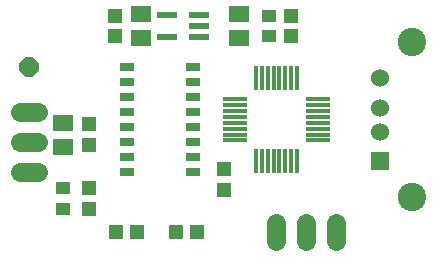
<source format=gbr>
G04 EAGLE Gerber RS-274X export*
G75*
%MOMM*%
%FSLAX34Y34*%
%LPD*%
%INSoldermask Bottom*%
%IPPOS*%
%AMOC8*
5,1,8,0,0,1.08239X$1,22.5*%
G01*
%ADD10R,1.529600X1.529600*%
%ADD11C,1.529600*%
%ADD12C,2.401600*%
%ADD13C,1.625600*%
%ADD14R,1.201600X1.101600*%
%ADD15R,1.701600X1.401600*%
%ADD16R,1.181600X1.151600*%
%ADD17R,0.381600X2.133600*%
%ADD18R,2.133600X0.381600*%
%ADD19R,1.727200X0.609600*%
%ADD20R,1.301600X0.701600*%
%ADD21R,1.151600X1.181600*%
%ADD22P,1.759533X8X22.500000*%


D10*
X322250Y92000D03*
D11*
X322250Y117000D03*
X322250Y137000D03*
X322250Y162000D03*
D12*
X349350Y61300D03*
X349350Y192700D03*
D13*
X234950Y39370D02*
X234950Y24130D01*
X260350Y24130D02*
X260350Y39370D01*
X285750Y39370D02*
X285750Y24130D01*
D14*
X53975Y51825D03*
X53975Y68825D03*
D15*
X203200Y216375D03*
X203200Y196375D03*
X53975Y104300D03*
X53975Y124300D03*
D16*
X76200Y123050D03*
X76200Y105550D03*
X190500Y84950D03*
X190500Y67450D03*
X76200Y69075D03*
X76200Y51575D03*
D17*
X252450Y92042D03*
X247450Y92042D03*
X242450Y92042D03*
X237450Y92042D03*
X232450Y92042D03*
X227450Y92042D03*
X222450Y92042D03*
X217450Y92042D03*
D18*
X199992Y109500D03*
X199992Y114500D03*
X199992Y119500D03*
X199992Y124500D03*
X199992Y129500D03*
X199992Y134500D03*
X199992Y139500D03*
X199992Y144500D03*
D17*
X217450Y161958D03*
X222450Y161958D03*
X227450Y161958D03*
X232450Y161958D03*
X237450Y161958D03*
X242450Y161958D03*
X247450Y161958D03*
X252450Y161958D03*
D18*
X269908Y144500D03*
X269908Y139500D03*
X269908Y134500D03*
X269908Y129500D03*
X269908Y124500D03*
X269908Y119500D03*
X269908Y114500D03*
X269908Y109500D03*
D19*
X169037Y215875D03*
X169037Y206375D03*
X169037Y196875D03*
X142113Y196875D03*
X142113Y215875D03*
D16*
X98425Y215125D03*
X98425Y197625D03*
D15*
X120650Y216375D03*
X120650Y196375D03*
D16*
X247650Y197625D03*
X247650Y215125D03*
D20*
X108525Y82550D03*
X108525Y95250D03*
X108525Y107950D03*
X108525Y120650D03*
X108525Y133350D03*
X108525Y146050D03*
X108525Y158750D03*
X108525Y171450D03*
X164525Y171450D03*
X164525Y158750D03*
X164525Y146050D03*
X164525Y133350D03*
X164525Y120650D03*
X164525Y107950D03*
X164525Y95250D03*
X164525Y82550D03*
D21*
X167500Y31750D03*
X150000Y31750D03*
X99200Y31750D03*
X116700Y31750D03*
D14*
X228600Y197875D03*
X228600Y214875D03*
D13*
X33020Y82550D02*
X17780Y82550D01*
X17780Y107950D02*
X33020Y107950D01*
X33020Y133350D02*
X17780Y133350D01*
D22*
X25400Y171450D03*
M02*

</source>
